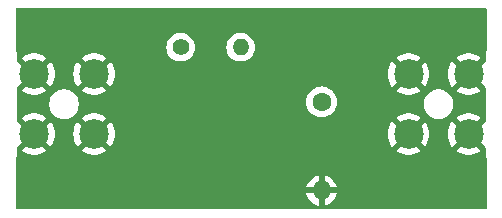
<source format=gbr>
%TF.GenerationSoftware,KiCad,Pcbnew,8.0.1*%
%TF.CreationDate,2024-04-10T12:00:33-07:00*%
%TF.ProjectId,LowPassFilter,4c6f7750-6173-4734-9669-6c7465722e6b,rev?*%
%TF.SameCoordinates,Original*%
%TF.FileFunction,Copper,L2,Inr*%
%TF.FilePolarity,Positive*%
%FSLAX46Y46*%
G04 Gerber Fmt 4.6, Leading zero omitted, Abs format (unit mm)*
G04 Created by KiCad (PCBNEW 8.0.1) date 2024-04-10 12:00:33*
%MOMM*%
%LPD*%
G01*
G04 APERTURE LIST*
%TA.AperFunction,ComponentPad*%
%ADD10C,1.600000*%
%TD*%
%TA.AperFunction,ComponentPad*%
%ADD11O,1.600000X1.600000*%
%TD*%
%TA.AperFunction,ComponentPad*%
%ADD12C,2.500000*%
%TD*%
%TA.AperFunction,ComponentPad*%
%ADD13C,1.400000*%
%TD*%
%TA.AperFunction,ComponentPad*%
%ADD14O,1.400000X1.400000*%
%TD*%
%TA.AperFunction,ViaPad*%
%ADD15C,0.600000*%
%TD*%
G04 APERTURE END LIST*
D10*
%TO.N,Net-(RF-OUT1-In)*%
%TO.C,C2*%
X154178000Y-94802000D03*
D11*
%TO.N,GND*%
X154178000Y-102302000D03*
%TD*%
D12*
%TO.N,GND*%
%TO.C,RF-IN*%
X129834000Y-97536000D03*
X134914000Y-97536000D03*
X129834000Y-92456000D03*
X134914000Y-92456000D03*
%TD*%
%TO.N,GND*%
%TO.C,RF-OUT*%
X166624000Y-92456000D03*
X161544000Y-92456000D03*
X166624000Y-97536000D03*
X161544000Y-97536000D03*
%TD*%
D13*
%TO.N,Net-(RF-IN1-In)*%
%TO.C,R2*%
X142240000Y-90170000D03*
D14*
%TO.N,Net-(RF-OUT1-In)*%
X147320000Y-90170000D03*
%TD*%
D15*
%TO.N,GND*%
X149606000Y-99568000D03*
X151638000Y-97790000D03*
X147574000Y-97790000D03*
%TD*%
%TA.AperFunction,Conductor*%
%TO.N,GND*%
G36*
X168098539Y-86880185D02*
G01*
X168144294Y-86932989D01*
X168155500Y-86984500D01*
X168155500Y-90403957D01*
X168138888Y-90465956D01*
X168117608Y-90502813D01*
X168117608Y-90502814D01*
X168083500Y-90630108D01*
X168083500Y-91298690D01*
X168063815Y-91365729D01*
X168047181Y-91386371D01*
X167378114Y-92055437D01*
X167377260Y-92053374D01*
X167284238Y-91914156D01*
X167165844Y-91795762D01*
X167026626Y-91702740D01*
X167024562Y-91701885D01*
X167673168Y-91053278D01*
X167501454Y-90936206D01*
X167501445Y-90936201D01*
X167265142Y-90822404D01*
X167265144Y-90822404D01*
X167014505Y-90745092D01*
X167014499Y-90745090D01*
X166755151Y-90706000D01*
X166492848Y-90706000D01*
X166233500Y-90745090D01*
X166233494Y-90745092D01*
X165982858Y-90822404D01*
X165982854Y-90822405D01*
X165746547Y-90936205D01*
X165746539Y-90936210D01*
X165574830Y-91053277D01*
X166223438Y-91701885D01*
X166221374Y-91702740D01*
X166082156Y-91795762D01*
X165963762Y-91914156D01*
X165870740Y-92053374D01*
X165869885Y-92055437D01*
X165221875Y-91407427D01*
X165221874Y-91407427D01*
X165174028Y-91467425D01*
X165042883Y-91694573D01*
X164947058Y-91938729D01*
X164888693Y-92194449D01*
X164888692Y-92194454D01*
X164869093Y-92455995D01*
X164869093Y-92456004D01*
X164888692Y-92717545D01*
X164888693Y-92717550D01*
X164947058Y-92973270D01*
X165042883Y-93217426D01*
X165042882Y-93217426D01*
X165174027Y-93444573D01*
X165221874Y-93504571D01*
X165869884Y-92856561D01*
X165870740Y-92858626D01*
X165963762Y-92997844D01*
X166082156Y-93116238D01*
X166221374Y-93209260D01*
X166223437Y-93210114D01*
X165574830Y-93858720D01*
X165746546Y-93975793D01*
X165746550Y-93975795D01*
X165982854Y-94089594D01*
X165982858Y-94089595D01*
X166233494Y-94166907D01*
X166233500Y-94166909D01*
X166492848Y-94205999D01*
X166492857Y-94206000D01*
X166755143Y-94206000D01*
X166755151Y-94205999D01*
X167014499Y-94166909D01*
X167014505Y-94166907D01*
X167265143Y-94089595D01*
X167501445Y-93975798D01*
X167501447Y-93975797D01*
X167673168Y-93858720D01*
X167024562Y-93210114D01*
X167026626Y-93209260D01*
X167165844Y-93116238D01*
X167284238Y-92997844D01*
X167377260Y-92858626D01*
X167378114Y-92856561D01*
X168047181Y-93525628D01*
X168080666Y-93586951D01*
X168083500Y-93613309D01*
X168083500Y-96378690D01*
X168063815Y-96445729D01*
X168047181Y-96466371D01*
X167378114Y-97135437D01*
X167377260Y-97133374D01*
X167284238Y-96994156D01*
X167165844Y-96875762D01*
X167026626Y-96782740D01*
X167024562Y-96781885D01*
X167673168Y-96133278D01*
X167501454Y-96016206D01*
X167501445Y-96016201D01*
X167265142Y-95902404D01*
X167265144Y-95902404D01*
X167014505Y-95825092D01*
X167014499Y-95825090D01*
X166755151Y-95786000D01*
X166492848Y-95786000D01*
X166233500Y-95825090D01*
X166233494Y-95825092D01*
X165982858Y-95902404D01*
X165982854Y-95902405D01*
X165746547Y-96016205D01*
X165746539Y-96016210D01*
X165574830Y-96133277D01*
X166223438Y-96781885D01*
X166221374Y-96782740D01*
X166082156Y-96875762D01*
X165963762Y-96994156D01*
X165870740Y-97133374D01*
X165869885Y-97135437D01*
X165221875Y-96487427D01*
X165221874Y-96487427D01*
X165174028Y-96547425D01*
X165042883Y-96774573D01*
X164947058Y-97018729D01*
X164888693Y-97274449D01*
X164888692Y-97274454D01*
X164869093Y-97535995D01*
X164869093Y-97536004D01*
X164888692Y-97797545D01*
X164888693Y-97797550D01*
X164947058Y-98053270D01*
X165042883Y-98297426D01*
X165042882Y-98297426D01*
X165174027Y-98524573D01*
X165221874Y-98584571D01*
X165869884Y-97936561D01*
X165870740Y-97938626D01*
X165963762Y-98077844D01*
X166082156Y-98196238D01*
X166221374Y-98289260D01*
X166223437Y-98290114D01*
X165574830Y-98938720D01*
X165746546Y-99055793D01*
X165746550Y-99055795D01*
X165982854Y-99169594D01*
X165982858Y-99169595D01*
X166233494Y-99246907D01*
X166233500Y-99246909D01*
X166492848Y-99285999D01*
X166492857Y-99286000D01*
X166755143Y-99286000D01*
X166755151Y-99285999D01*
X167014499Y-99246909D01*
X167014505Y-99246907D01*
X167265143Y-99169595D01*
X167501445Y-99055798D01*
X167501447Y-99055797D01*
X167673168Y-98938720D01*
X167024562Y-98290114D01*
X167026626Y-98289260D01*
X167165844Y-98196238D01*
X167284238Y-98077844D01*
X167377260Y-97938626D01*
X167378114Y-97936561D01*
X168047181Y-98605628D01*
X168080666Y-98666951D01*
X168083500Y-98693309D01*
X168083500Y-99361891D01*
X168117609Y-99489188D01*
X168117610Y-99489191D01*
X168138886Y-99526041D01*
X168155500Y-99588042D01*
X168155500Y-103769500D01*
X168135815Y-103836539D01*
X168083011Y-103882294D01*
X168031500Y-103893500D01*
X128386500Y-103893500D01*
X128319461Y-103873815D01*
X128273706Y-103821011D01*
X128262500Y-103769500D01*
X128262500Y-102051999D01*
X152899127Y-102051999D01*
X152899128Y-102052000D01*
X153862314Y-102052000D01*
X153857920Y-102056394D01*
X153805259Y-102147606D01*
X153778000Y-102249339D01*
X153778000Y-102354661D01*
X153805259Y-102456394D01*
X153857920Y-102547606D01*
X153862314Y-102552000D01*
X152899128Y-102552000D01*
X152951730Y-102748317D01*
X152951734Y-102748326D01*
X153047865Y-102954482D01*
X153178342Y-103140820D01*
X153339179Y-103301657D01*
X153525517Y-103432134D01*
X153731673Y-103528265D01*
X153731682Y-103528269D01*
X153927999Y-103580872D01*
X153928000Y-103580871D01*
X153928000Y-102617686D01*
X153932394Y-102622080D01*
X154023606Y-102674741D01*
X154125339Y-102702000D01*
X154230661Y-102702000D01*
X154332394Y-102674741D01*
X154423606Y-102622080D01*
X154428000Y-102617686D01*
X154428000Y-103580872D01*
X154624317Y-103528269D01*
X154624326Y-103528265D01*
X154830482Y-103432134D01*
X155016820Y-103301657D01*
X155177657Y-103140820D01*
X155308134Y-102954482D01*
X155404265Y-102748326D01*
X155404269Y-102748317D01*
X155456872Y-102552000D01*
X154493686Y-102552000D01*
X154498080Y-102547606D01*
X154550741Y-102456394D01*
X154578000Y-102354661D01*
X154578000Y-102249339D01*
X154550741Y-102147606D01*
X154498080Y-102056394D01*
X154493686Y-102052000D01*
X155456872Y-102052000D01*
X155456872Y-102051999D01*
X155404269Y-101855682D01*
X155404265Y-101855673D01*
X155308134Y-101649517D01*
X155177657Y-101463179D01*
X155016820Y-101302342D01*
X154830482Y-101171865D01*
X154624328Y-101075734D01*
X154428000Y-101023127D01*
X154428000Y-101986314D01*
X154423606Y-101981920D01*
X154332394Y-101929259D01*
X154230661Y-101902000D01*
X154125339Y-101902000D01*
X154023606Y-101929259D01*
X153932394Y-101981920D01*
X153928000Y-101986314D01*
X153928000Y-101023127D01*
X153731671Y-101075734D01*
X153525517Y-101171865D01*
X153339179Y-101302342D01*
X153178342Y-101463179D01*
X153047865Y-101649517D01*
X152951734Y-101855673D01*
X152951730Y-101855682D01*
X152899127Y-102051999D01*
X128262500Y-102051999D01*
X128262500Y-99657324D01*
X128279112Y-99595324D01*
X128340392Y-99489186D01*
X128374500Y-99361892D01*
X128374500Y-98693308D01*
X128394185Y-98626269D01*
X128410819Y-98605627D01*
X129079884Y-97936561D01*
X129080740Y-97938626D01*
X129173762Y-98077844D01*
X129292156Y-98196238D01*
X129431374Y-98289260D01*
X129433437Y-98290114D01*
X128784830Y-98938720D01*
X128956546Y-99055793D01*
X128956550Y-99055795D01*
X129192854Y-99169594D01*
X129192858Y-99169595D01*
X129443494Y-99246907D01*
X129443500Y-99246909D01*
X129702848Y-99285999D01*
X129702857Y-99286000D01*
X129965143Y-99286000D01*
X129965151Y-99285999D01*
X130224499Y-99246909D01*
X130224505Y-99246907D01*
X130475143Y-99169595D01*
X130711445Y-99055798D01*
X130711447Y-99055797D01*
X130883168Y-98938720D01*
X130234562Y-98290114D01*
X130236626Y-98289260D01*
X130375844Y-98196238D01*
X130494238Y-98077844D01*
X130587260Y-97938626D01*
X130588114Y-97936561D01*
X131236125Y-98584572D01*
X131283971Y-98524573D01*
X131415116Y-98297426D01*
X131510941Y-98053270D01*
X131569306Y-97797550D01*
X131569307Y-97797545D01*
X131588907Y-97536004D01*
X133159093Y-97536004D01*
X133178692Y-97797545D01*
X133178693Y-97797550D01*
X133237058Y-98053270D01*
X133332883Y-98297426D01*
X133332882Y-98297426D01*
X133464027Y-98524573D01*
X133511874Y-98584571D01*
X134159884Y-97936561D01*
X134160740Y-97938626D01*
X134253762Y-98077844D01*
X134372156Y-98196238D01*
X134511374Y-98289260D01*
X134513437Y-98290114D01*
X133864830Y-98938720D01*
X134036546Y-99055793D01*
X134036550Y-99055795D01*
X134272854Y-99169594D01*
X134272858Y-99169595D01*
X134523494Y-99246907D01*
X134523500Y-99246909D01*
X134782848Y-99285999D01*
X134782857Y-99286000D01*
X135045143Y-99286000D01*
X135045151Y-99285999D01*
X135304499Y-99246909D01*
X135304505Y-99246907D01*
X135555143Y-99169595D01*
X135791445Y-99055798D01*
X135791447Y-99055797D01*
X135963168Y-98938720D01*
X135314562Y-98290114D01*
X135316626Y-98289260D01*
X135455844Y-98196238D01*
X135574238Y-98077844D01*
X135667260Y-97938626D01*
X135668114Y-97936561D01*
X136316125Y-98584572D01*
X136363971Y-98524573D01*
X136495116Y-98297426D01*
X136590941Y-98053270D01*
X136649306Y-97797550D01*
X136649307Y-97797545D01*
X136668907Y-97536004D01*
X159789093Y-97536004D01*
X159808692Y-97797545D01*
X159808693Y-97797550D01*
X159867058Y-98053270D01*
X159962883Y-98297426D01*
X159962882Y-98297426D01*
X160094027Y-98524573D01*
X160141874Y-98584571D01*
X160789884Y-97936561D01*
X160790740Y-97938626D01*
X160883762Y-98077844D01*
X161002156Y-98196238D01*
X161141374Y-98289260D01*
X161143437Y-98290114D01*
X160494830Y-98938720D01*
X160666546Y-99055793D01*
X160666550Y-99055795D01*
X160902854Y-99169594D01*
X160902858Y-99169595D01*
X161153494Y-99246907D01*
X161153500Y-99246909D01*
X161412848Y-99285999D01*
X161412857Y-99286000D01*
X161675143Y-99286000D01*
X161675151Y-99285999D01*
X161934499Y-99246909D01*
X161934505Y-99246907D01*
X162185143Y-99169595D01*
X162421445Y-99055798D01*
X162421447Y-99055797D01*
X162593168Y-98938720D01*
X161944562Y-98290114D01*
X161946626Y-98289260D01*
X162085844Y-98196238D01*
X162204238Y-98077844D01*
X162297260Y-97938626D01*
X162298114Y-97936561D01*
X162946125Y-98584572D01*
X162993971Y-98524573D01*
X163125116Y-98297426D01*
X163220941Y-98053270D01*
X163279306Y-97797550D01*
X163279307Y-97797545D01*
X163298907Y-97536004D01*
X163298907Y-97535995D01*
X163279307Y-97274454D01*
X163279306Y-97274449D01*
X163220941Y-97018729D01*
X163125116Y-96774573D01*
X163125117Y-96774573D01*
X162993972Y-96547426D01*
X162946124Y-96487427D01*
X162298114Y-97135437D01*
X162297260Y-97133374D01*
X162204238Y-96994156D01*
X162085844Y-96875762D01*
X161946626Y-96782740D01*
X161944562Y-96781885D01*
X162593168Y-96133278D01*
X162421454Y-96016206D01*
X162421445Y-96016201D01*
X162185142Y-95902404D01*
X162185144Y-95902404D01*
X161934505Y-95825092D01*
X161934499Y-95825090D01*
X161675151Y-95786000D01*
X161412848Y-95786000D01*
X161153500Y-95825090D01*
X161153494Y-95825092D01*
X160902858Y-95902404D01*
X160902854Y-95902405D01*
X160666547Y-96016205D01*
X160666539Y-96016210D01*
X160494830Y-96133277D01*
X161143438Y-96781885D01*
X161141374Y-96782740D01*
X161002156Y-96875762D01*
X160883762Y-96994156D01*
X160790740Y-97133374D01*
X160789885Y-97135437D01*
X160141874Y-96487427D01*
X160094028Y-96547425D01*
X159962883Y-96774573D01*
X159867058Y-97018729D01*
X159808693Y-97274449D01*
X159808692Y-97274454D01*
X159789093Y-97535995D01*
X159789093Y-97536004D01*
X136668907Y-97536004D01*
X136668907Y-97535995D01*
X136649307Y-97274454D01*
X136649306Y-97274449D01*
X136590941Y-97018729D01*
X136495116Y-96774573D01*
X136495117Y-96774573D01*
X136363972Y-96547426D01*
X136316124Y-96487427D01*
X135668114Y-97135437D01*
X135667260Y-97133374D01*
X135574238Y-96994156D01*
X135455844Y-96875762D01*
X135316626Y-96782740D01*
X135314562Y-96781885D01*
X135963168Y-96133278D01*
X135791454Y-96016206D01*
X135791445Y-96016201D01*
X135555142Y-95902404D01*
X135555144Y-95902404D01*
X135304505Y-95825092D01*
X135304499Y-95825090D01*
X135045151Y-95786000D01*
X134782848Y-95786000D01*
X134523500Y-95825090D01*
X134523494Y-95825092D01*
X134272858Y-95902404D01*
X134272854Y-95902405D01*
X134036547Y-96016205D01*
X134036539Y-96016210D01*
X133864830Y-96133277D01*
X134513438Y-96781885D01*
X134511374Y-96782740D01*
X134372156Y-96875762D01*
X134253762Y-96994156D01*
X134160740Y-97133374D01*
X134159885Y-97135437D01*
X133511874Y-96487427D01*
X133464028Y-96547425D01*
X133332883Y-96774573D01*
X133237058Y-97018729D01*
X133178693Y-97274449D01*
X133178692Y-97274454D01*
X133159093Y-97535995D01*
X133159093Y-97536004D01*
X131588907Y-97536004D01*
X131588907Y-97535995D01*
X131569307Y-97274454D01*
X131569306Y-97274449D01*
X131510941Y-97018729D01*
X131415116Y-96774573D01*
X131415117Y-96774573D01*
X131283972Y-96547426D01*
X131236124Y-96487427D01*
X130588114Y-97135437D01*
X130587260Y-97133374D01*
X130494238Y-96994156D01*
X130375844Y-96875762D01*
X130236626Y-96782740D01*
X130234562Y-96781885D01*
X130883168Y-96133278D01*
X130711454Y-96016206D01*
X130711445Y-96016201D01*
X130475142Y-95902404D01*
X130475144Y-95902404D01*
X130224505Y-95825092D01*
X130224499Y-95825090D01*
X129965151Y-95786000D01*
X129702848Y-95786000D01*
X129443500Y-95825090D01*
X129443494Y-95825092D01*
X129192858Y-95902404D01*
X129192854Y-95902405D01*
X128956547Y-96016205D01*
X128956539Y-96016210D01*
X128784830Y-96133277D01*
X129433438Y-96781885D01*
X129431374Y-96782740D01*
X129292156Y-96875762D01*
X129173762Y-96994156D01*
X129080740Y-97133374D01*
X129079885Y-97135437D01*
X128410819Y-96466371D01*
X128377334Y-96405048D01*
X128374500Y-96378690D01*
X128374500Y-95094422D01*
X131123500Y-95094422D01*
X131154290Y-95288826D01*
X131215117Y-95476029D01*
X131299245Y-95641139D01*
X131304476Y-95651405D01*
X131420172Y-95810646D01*
X131559354Y-95949828D01*
X131718595Y-96065524D01*
X131761987Y-96087633D01*
X131893970Y-96154882D01*
X131893972Y-96154882D01*
X131893975Y-96154884D01*
X131994317Y-96187487D01*
X132081173Y-96215709D01*
X132275578Y-96246500D01*
X132275583Y-96246500D01*
X132472422Y-96246500D01*
X132666826Y-96215709D01*
X132854025Y-96154884D01*
X133029405Y-96065524D01*
X133188646Y-95949828D01*
X133327828Y-95810646D01*
X133443524Y-95651405D01*
X133532884Y-95476025D01*
X133593709Y-95288826D01*
X133624500Y-95094422D01*
X133624500Y-94897577D01*
X133609362Y-94802001D01*
X152872532Y-94802001D01*
X152892364Y-95028686D01*
X152892366Y-95028697D01*
X152951258Y-95248488D01*
X152951261Y-95248497D01*
X153047431Y-95454732D01*
X153047432Y-95454734D01*
X153177954Y-95641141D01*
X153338858Y-95802045D01*
X153338861Y-95802047D01*
X153525266Y-95932568D01*
X153731504Y-96028739D01*
X153951308Y-96087635D01*
X154113230Y-96101801D01*
X154177998Y-96107468D01*
X154178000Y-96107468D01*
X154178002Y-96107468D01*
X154234673Y-96102509D01*
X154404692Y-96087635D01*
X154624496Y-96028739D01*
X154830734Y-95932568D01*
X155017139Y-95802047D01*
X155178047Y-95641139D01*
X155308568Y-95454734D01*
X155404739Y-95248496D01*
X155446023Y-95094422D01*
X162833500Y-95094422D01*
X162864290Y-95288826D01*
X162925117Y-95476029D01*
X163009245Y-95641139D01*
X163014476Y-95651405D01*
X163130172Y-95810646D01*
X163269354Y-95949828D01*
X163428595Y-96065524D01*
X163471987Y-96087633D01*
X163603970Y-96154882D01*
X163603972Y-96154882D01*
X163603975Y-96154884D01*
X163704317Y-96187487D01*
X163791173Y-96215709D01*
X163985578Y-96246500D01*
X163985583Y-96246500D01*
X164182422Y-96246500D01*
X164376826Y-96215709D01*
X164564025Y-96154884D01*
X164739405Y-96065524D01*
X164898646Y-95949828D01*
X165037828Y-95810646D01*
X165153524Y-95651405D01*
X165242884Y-95476025D01*
X165303709Y-95288826D01*
X165334500Y-95094422D01*
X165334500Y-94897577D01*
X165303709Y-94703173D01*
X165262164Y-94575313D01*
X165242884Y-94515975D01*
X165242882Y-94515972D01*
X165242882Y-94515970D01*
X165153523Y-94340594D01*
X165037828Y-94181354D01*
X164898646Y-94042172D01*
X164739405Y-93926476D01*
X164564029Y-93837117D01*
X164376826Y-93776290D01*
X164182422Y-93745500D01*
X164182417Y-93745500D01*
X163985583Y-93745500D01*
X163985578Y-93745500D01*
X163791173Y-93776290D01*
X163603970Y-93837117D01*
X163428594Y-93926476D01*
X163360711Y-93975797D01*
X163269354Y-94042172D01*
X163269352Y-94042174D01*
X163269351Y-94042174D01*
X163130174Y-94181351D01*
X163130174Y-94181352D01*
X163130172Y-94181354D01*
X163112266Y-94206000D01*
X163014476Y-94340594D01*
X162925117Y-94515970D01*
X162864290Y-94703173D01*
X162833500Y-94897577D01*
X162833500Y-95094422D01*
X155446023Y-95094422D01*
X155463635Y-95028692D01*
X155483468Y-94802000D01*
X155463635Y-94575308D01*
X155404739Y-94355504D01*
X155308568Y-94149266D01*
X155178047Y-93962861D01*
X155178045Y-93962858D01*
X155017141Y-93801954D01*
X154830734Y-93671432D01*
X154830732Y-93671431D01*
X154624497Y-93575261D01*
X154624488Y-93575258D01*
X154404697Y-93516366D01*
X154404693Y-93516365D01*
X154404692Y-93516365D01*
X154404691Y-93516364D01*
X154404686Y-93516364D01*
X154178002Y-93496532D01*
X154177998Y-93496532D01*
X153951313Y-93516364D01*
X153951302Y-93516366D01*
X153731511Y-93575258D01*
X153731502Y-93575261D01*
X153525267Y-93671431D01*
X153525265Y-93671432D01*
X153338858Y-93801954D01*
X153177954Y-93962858D01*
X153047432Y-94149265D01*
X153047431Y-94149267D01*
X152951261Y-94355502D01*
X152951258Y-94355511D01*
X152892366Y-94575302D01*
X152892364Y-94575313D01*
X152872532Y-94801998D01*
X152872532Y-94802001D01*
X133609362Y-94802001D01*
X133593709Y-94703173D01*
X133552164Y-94575313D01*
X133532884Y-94515975D01*
X133532882Y-94515972D01*
X133532882Y-94515970D01*
X133443523Y-94340594D01*
X133327828Y-94181354D01*
X133188646Y-94042172D01*
X133029405Y-93926476D01*
X132854029Y-93837117D01*
X132666826Y-93776290D01*
X132472422Y-93745500D01*
X132472417Y-93745500D01*
X132275583Y-93745500D01*
X132275578Y-93745500D01*
X132081173Y-93776290D01*
X131893970Y-93837117D01*
X131718594Y-93926476D01*
X131650711Y-93975797D01*
X131559354Y-94042172D01*
X131559352Y-94042174D01*
X131559351Y-94042174D01*
X131420174Y-94181351D01*
X131420174Y-94181352D01*
X131420172Y-94181354D01*
X131402266Y-94206000D01*
X131304476Y-94340594D01*
X131215117Y-94515970D01*
X131154290Y-94703173D01*
X131123500Y-94897577D01*
X131123500Y-95094422D01*
X128374500Y-95094422D01*
X128374500Y-93613308D01*
X128394185Y-93546269D01*
X128410819Y-93525627D01*
X129079884Y-92856561D01*
X129080740Y-92858626D01*
X129173762Y-92997844D01*
X129292156Y-93116238D01*
X129431374Y-93209260D01*
X129433437Y-93210114D01*
X128784830Y-93858720D01*
X128956546Y-93975793D01*
X128956550Y-93975795D01*
X129192854Y-94089594D01*
X129192858Y-94089595D01*
X129443494Y-94166907D01*
X129443500Y-94166909D01*
X129702848Y-94205999D01*
X129702857Y-94206000D01*
X129965143Y-94206000D01*
X129965151Y-94205999D01*
X130224499Y-94166909D01*
X130224505Y-94166907D01*
X130475143Y-94089595D01*
X130711445Y-93975798D01*
X130711447Y-93975797D01*
X130883168Y-93858720D01*
X130234562Y-93210114D01*
X130236626Y-93209260D01*
X130375844Y-93116238D01*
X130494238Y-92997844D01*
X130587260Y-92858626D01*
X130588114Y-92856561D01*
X131236125Y-93504572D01*
X131283971Y-93444573D01*
X131415116Y-93217426D01*
X131510941Y-92973270D01*
X131569306Y-92717550D01*
X131569307Y-92717545D01*
X131588907Y-92456004D01*
X133159093Y-92456004D01*
X133178692Y-92717545D01*
X133178693Y-92717550D01*
X133237058Y-92973270D01*
X133332883Y-93217426D01*
X133332882Y-93217426D01*
X133464027Y-93444573D01*
X133511874Y-93504571D01*
X134159884Y-92856561D01*
X134160740Y-92858626D01*
X134253762Y-92997844D01*
X134372156Y-93116238D01*
X134511374Y-93209260D01*
X134513437Y-93210114D01*
X133864830Y-93858720D01*
X134036546Y-93975793D01*
X134036550Y-93975795D01*
X134272854Y-94089594D01*
X134272858Y-94089595D01*
X134523494Y-94166907D01*
X134523500Y-94166909D01*
X134782848Y-94205999D01*
X134782857Y-94206000D01*
X135045143Y-94206000D01*
X135045151Y-94205999D01*
X135304499Y-94166909D01*
X135304505Y-94166907D01*
X135555143Y-94089595D01*
X135791445Y-93975798D01*
X135791447Y-93975797D01*
X135963168Y-93858720D01*
X135314562Y-93210114D01*
X135316626Y-93209260D01*
X135455844Y-93116238D01*
X135574238Y-92997844D01*
X135667260Y-92858626D01*
X135668114Y-92856561D01*
X136316125Y-93504572D01*
X136363971Y-93444573D01*
X136495116Y-93217426D01*
X136590941Y-92973270D01*
X136649306Y-92717550D01*
X136649307Y-92717545D01*
X136668907Y-92456004D01*
X159789093Y-92456004D01*
X159808692Y-92717545D01*
X159808693Y-92717550D01*
X159867058Y-92973270D01*
X159962883Y-93217426D01*
X159962882Y-93217426D01*
X160094027Y-93444573D01*
X160141874Y-93504571D01*
X160789884Y-92856561D01*
X160790740Y-92858626D01*
X160883762Y-92997844D01*
X161002156Y-93116238D01*
X161141374Y-93209260D01*
X161143437Y-93210114D01*
X160494830Y-93858720D01*
X160666546Y-93975793D01*
X160666550Y-93975795D01*
X160902854Y-94089594D01*
X160902858Y-94089595D01*
X161153494Y-94166907D01*
X161153500Y-94166909D01*
X161412848Y-94205999D01*
X161412857Y-94206000D01*
X161675143Y-94206000D01*
X161675151Y-94205999D01*
X161934499Y-94166909D01*
X161934505Y-94166907D01*
X162185143Y-94089595D01*
X162421445Y-93975798D01*
X162421447Y-93975797D01*
X162593168Y-93858720D01*
X161944562Y-93210114D01*
X161946626Y-93209260D01*
X162085844Y-93116238D01*
X162204238Y-92997844D01*
X162297260Y-92858626D01*
X162298114Y-92856561D01*
X162946125Y-93504572D01*
X162993971Y-93444573D01*
X163125116Y-93217426D01*
X163220941Y-92973270D01*
X163279306Y-92717550D01*
X163279307Y-92717545D01*
X163298907Y-92456004D01*
X163298907Y-92455995D01*
X163279307Y-92194454D01*
X163279306Y-92194449D01*
X163220941Y-91938729D01*
X163125116Y-91694573D01*
X163125117Y-91694573D01*
X162993972Y-91467426D01*
X162946124Y-91407427D01*
X162298114Y-92055437D01*
X162297260Y-92053374D01*
X162204238Y-91914156D01*
X162085844Y-91795762D01*
X161946626Y-91702740D01*
X161944562Y-91701885D01*
X162593168Y-91053278D01*
X162421454Y-90936206D01*
X162421445Y-90936201D01*
X162185142Y-90822404D01*
X162185144Y-90822404D01*
X161934505Y-90745092D01*
X161934499Y-90745090D01*
X161675151Y-90706000D01*
X161412848Y-90706000D01*
X161153500Y-90745090D01*
X161153494Y-90745092D01*
X160902858Y-90822404D01*
X160902854Y-90822405D01*
X160666547Y-90936205D01*
X160666539Y-90936210D01*
X160494830Y-91053277D01*
X161143438Y-91701885D01*
X161141374Y-91702740D01*
X161002156Y-91795762D01*
X160883762Y-91914156D01*
X160790740Y-92053374D01*
X160789885Y-92055437D01*
X160141874Y-91407427D01*
X160094028Y-91467425D01*
X159962883Y-91694573D01*
X159867058Y-91938729D01*
X159808693Y-92194449D01*
X159808692Y-92194454D01*
X159789093Y-92455995D01*
X159789093Y-92456004D01*
X136668907Y-92456004D01*
X136668907Y-92455995D01*
X136649307Y-92194454D01*
X136649306Y-92194449D01*
X136590941Y-91938729D01*
X136495116Y-91694573D01*
X136495117Y-91694573D01*
X136363972Y-91467426D01*
X136316124Y-91407427D01*
X135668114Y-92055437D01*
X135667260Y-92053374D01*
X135574238Y-91914156D01*
X135455844Y-91795762D01*
X135316626Y-91702740D01*
X135314562Y-91701885D01*
X135963168Y-91053278D01*
X135791454Y-90936206D01*
X135791445Y-90936201D01*
X135555142Y-90822404D01*
X135555144Y-90822404D01*
X135304505Y-90745092D01*
X135304499Y-90745090D01*
X135045151Y-90706000D01*
X134782848Y-90706000D01*
X134523500Y-90745090D01*
X134523494Y-90745092D01*
X134272858Y-90822404D01*
X134272854Y-90822405D01*
X134036547Y-90936205D01*
X134036539Y-90936210D01*
X133864830Y-91053277D01*
X134513438Y-91701885D01*
X134511374Y-91702740D01*
X134372156Y-91795762D01*
X134253762Y-91914156D01*
X134160740Y-92053374D01*
X134159885Y-92055437D01*
X133511874Y-91407427D01*
X133464028Y-91467425D01*
X133332883Y-91694573D01*
X133237058Y-91938729D01*
X133178693Y-92194449D01*
X133178692Y-92194454D01*
X133159093Y-92455995D01*
X133159093Y-92456004D01*
X131588907Y-92456004D01*
X131588907Y-92455995D01*
X131569307Y-92194454D01*
X131569306Y-92194449D01*
X131510941Y-91938729D01*
X131415116Y-91694573D01*
X131415117Y-91694573D01*
X131283972Y-91467426D01*
X131236124Y-91407427D01*
X130588114Y-92055437D01*
X130587260Y-92053374D01*
X130494238Y-91914156D01*
X130375844Y-91795762D01*
X130236626Y-91702740D01*
X130234562Y-91701885D01*
X130883168Y-91053278D01*
X130711454Y-90936206D01*
X130711445Y-90936201D01*
X130475142Y-90822404D01*
X130475144Y-90822404D01*
X130224505Y-90745092D01*
X130224499Y-90745090D01*
X129965151Y-90706000D01*
X129702848Y-90706000D01*
X129443500Y-90745090D01*
X129443494Y-90745092D01*
X129192858Y-90822404D01*
X129192854Y-90822405D01*
X128956547Y-90936205D01*
X128956539Y-90936210D01*
X128784830Y-91053277D01*
X129433438Y-91701885D01*
X129431374Y-91702740D01*
X129292156Y-91795762D01*
X129173762Y-91914156D01*
X129080740Y-92053374D01*
X129079885Y-92055437D01*
X128410819Y-91386371D01*
X128377334Y-91325048D01*
X128374500Y-91298690D01*
X128374500Y-90630110D01*
X128374500Y-90630108D01*
X128340392Y-90502814D01*
X128283317Y-90403957D01*
X128279113Y-90396675D01*
X128262500Y-90334675D01*
X128262500Y-90170000D01*
X141034357Y-90170000D01*
X141054884Y-90391535D01*
X141054885Y-90391537D01*
X141115769Y-90605523D01*
X141115775Y-90605538D01*
X141214938Y-90804683D01*
X141214943Y-90804691D01*
X141349020Y-90982238D01*
X141513437Y-91132123D01*
X141513439Y-91132125D01*
X141702595Y-91249245D01*
X141702596Y-91249245D01*
X141702599Y-91249247D01*
X141910060Y-91329618D01*
X142128757Y-91370500D01*
X142128759Y-91370500D01*
X142351241Y-91370500D01*
X142351243Y-91370500D01*
X142569940Y-91329618D01*
X142777401Y-91249247D01*
X142966562Y-91132124D01*
X143130981Y-90982236D01*
X143265058Y-90804689D01*
X143364229Y-90605528D01*
X143425115Y-90391536D01*
X143445643Y-90170000D01*
X146114357Y-90170000D01*
X146134884Y-90391535D01*
X146134885Y-90391537D01*
X146195769Y-90605523D01*
X146195775Y-90605538D01*
X146294938Y-90804683D01*
X146294943Y-90804691D01*
X146429020Y-90982238D01*
X146593437Y-91132123D01*
X146593439Y-91132125D01*
X146782595Y-91249245D01*
X146782596Y-91249245D01*
X146782599Y-91249247D01*
X146990060Y-91329618D01*
X147208757Y-91370500D01*
X147208759Y-91370500D01*
X147431241Y-91370500D01*
X147431243Y-91370500D01*
X147649940Y-91329618D01*
X147857401Y-91249247D01*
X148046562Y-91132124D01*
X148210981Y-90982236D01*
X148345058Y-90804689D01*
X148444229Y-90605528D01*
X148505115Y-90391536D01*
X148525643Y-90170000D01*
X148505115Y-89948464D01*
X148444229Y-89734472D01*
X148444224Y-89734461D01*
X148345061Y-89535316D01*
X148345056Y-89535308D01*
X148210979Y-89357761D01*
X148046562Y-89207876D01*
X148046560Y-89207874D01*
X147857404Y-89090754D01*
X147857398Y-89090752D01*
X147649940Y-89010382D01*
X147431243Y-88969500D01*
X147208757Y-88969500D01*
X146990060Y-89010382D01*
X146858864Y-89061207D01*
X146782601Y-89090752D01*
X146782595Y-89090754D01*
X146593439Y-89207874D01*
X146593437Y-89207876D01*
X146429020Y-89357761D01*
X146294943Y-89535308D01*
X146294938Y-89535316D01*
X146195775Y-89734461D01*
X146195769Y-89734476D01*
X146134885Y-89948462D01*
X146134884Y-89948464D01*
X146114357Y-90169999D01*
X146114357Y-90170000D01*
X143445643Y-90170000D01*
X143425115Y-89948464D01*
X143364229Y-89734472D01*
X143364224Y-89734461D01*
X143265061Y-89535316D01*
X143265056Y-89535308D01*
X143130979Y-89357761D01*
X142966562Y-89207876D01*
X142966560Y-89207874D01*
X142777404Y-89090754D01*
X142777398Y-89090752D01*
X142569940Y-89010382D01*
X142351243Y-88969500D01*
X142128757Y-88969500D01*
X141910060Y-89010382D01*
X141778864Y-89061207D01*
X141702601Y-89090752D01*
X141702595Y-89090754D01*
X141513439Y-89207874D01*
X141513437Y-89207876D01*
X141349020Y-89357761D01*
X141214943Y-89535308D01*
X141214938Y-89535316D01*
X141115775Y-89734461D01*
X141115769Y-89734476D01*
X141054885Y-89948462D01*
X141054884Y-89948464D01*
X141034357Y-90169999D01*
X141034357Y-90170000D01*
X128262500Y-90170000D01*
X128262500Y-86984500D01*
X128282185Y-86917461D01*
X128334989Y-86871706D01*
X128386500Y-86860500D01*
X168031500Y-86860500D01*
X168098539Y-86880185D01*
G37*
%TD.AperFunction*%
%TD*%
M02*

</source>
